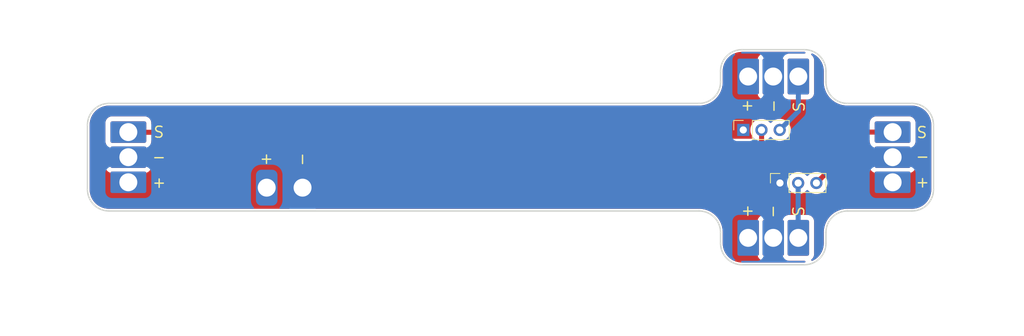
<source format=kicad_pcb>
(kicad_pcb (version 20241229) (generator "pcbnew") (generator_version "9.0")
  (layers (0 "F.Cu" signal) (2 "B.Cu" signal) (13 "F.Paste" user) (15 "B.Paste" user) (5 "F.SilkS" user "F.Silkscreen") (7 "B.SilkS" user "B.Silkscreen") (1 "F.Mask" user) (3 "B.Mask" user) (25 "Edge.Cuts" user))
  (net 0 "")
  (net 1 "Net-(J5-Pin_1)")
  (net 2 "Net-(J6-Pin_1)")
  (net 3 "Net-(J5-Pin_2)")
  (net 4 "Net-(J5-Pin_3)")
  (net 5 "Net-(J6-Pin_3)")
  (net 6 "Net-(J6-Pin_2)")
  (footprint "Connectors:MR30" (layer "F.Cu") (at 190.4 89.5 -90)
    (property "Reference" "J2" (hide yes))
    (property "Value" "~" (hide yes))
    (fp_text user "S" (at 3.375 0.925 270) (layer "F.SilkS") (effects (font (size 1.53 1.53) (thickness 0.19125)) (justify left bottom)))
    (fp_text user "-" (at 3.05 4.175 270) (layer "F.SilkS") (effects (font (size 1.53 1.53) (thickness 0.19125)) (justify left bottom)))
    (fp_text user "+" (at 3.025 7.875 270) (layer "F.SilkS") (effects (font (size 1.53 1.53) (thickness 0.19125)) (justify left bottom)))
    (pad "1" thru_hole roundrect (at 0 0 270) (size 5 3) (drill 2.5) (layers "*.Cu" "*.Mask") (roundrect_rratio 0.08333333333) (net 4 "Net-(J5-Pin_3)"))
    (pad "2" thru_hole roundrect (at 0 3.5 270) (size 5 3) (drill 2.5) (layers "*.Cu" "*.Mask") (roundrect_rratio 0.08333333333) (net 2 "Net-(J6-Pin_1)"))
    (pad "3" thru_hole roundrect (at 0 7 270) (size 5 3) (drill 2.5) (layers "*.Cu" "*.Mask") (roundrect_rratio 0.08333333333) (net 1 "Net-(J5-Pin_1)"))
  )
  (footprint "Connectors:MR30" (layer "F.Cu") (at 190.4 112 -90)
    (property "Reference" "J3" (hide yes))
    (property "Value" "~" (hide yes))
    (fp_text user "S" (at -4.55 0.975 270) (layer "F.SilkS") (effects (font (size 1.53 1.53) (thickness 0.19125)) (justify left bottom)))
    (fp_text user "-" (at -4.75 4.275 270) (layer "F.SilkS") (effects (font (size 1.53 1.53) (thickness 0.19125)) (justify left bottom)))
    (fp_text user "+" (at -4.8 7.825 270) (layer "F.SilkS") (effects (font (size 1.53 1.53) (thickness 0.19125)) (justify left bottom)))
    (pad "1" thru_hole roundrect (at 0 0 270) (size 5 3) (drill 2.5) (layers "*.Cu" "*.Mask") (roundrect_rratio 0.08333333333) (net 6 "Net-(J6-Pin_2)"))
    (pad "2" thru_hole roundrect (at 0 3.5 270) (size 5 3) (drill 2.5) (layers "*.Cu" "*.Mask") (roundrect_rratio 0.08333333333) (net 2 "Net-(J6-Pin_1)"))
    (pad "3" thru_hole roundrect (at 0 7 270) (size 5 3) (drill 2.5) (layers "*.Cu" "*.Mask") (roundrect_rratio 0.08333333333) (net 1 "Net-(J5-Pin_1)"))
  )
  (footprint "Connectors:MR30" (layer "F.Cu") (at 203.55 97.25)
    (property "Reference" "J1" (hide yes))
    (property "Value" "~" (hide yes))
    (fp_text user "+" (at 3.1 7.85 0) (layer "F.SilkS") (effects (font (size 1.53 1.53) (thickness 0.19125)) (justify left bottom)))
    (fp_text user "-" (at 3.1 4.275 0) (layer "F.SilkS") (effects (font (size 1.53 1.53) (thickness 0.19125)) (justify left bottom)))
    (fp_text user "S" (at 3.225 0.95 0) (layer "F.SilkS") (effects (font (size 1.53 1.53) (thickness 0.19125)) (justify left bottom)))
    (pad "1" thru_hole roundrect (at 0 0) (size 5 3) (drill 2.5) (layers "*.Cu" "*.Mask") (roundrect_rratio 0.08333333333) (net 5 "Net-(J6-Pin_3)"))
    (pad "2" thru_hole roundrect (at 0 3.5) (size 5 3) (drill 2.5) (layers "*.Cu" "*.Mask") (roundrect_rratio 0.08333333333) (net 2 "Net-(J6-Pin_1)"))
    (pad "3" thru_hole roundrect (at 0 7) (size 5 3) (drill 2.5) (layers "*.Cu" "*.Mask") (roundrect_rratio 0.08333333333) (net 1 "Net-(J5-Pin_1)"))
  )
  (footprint "Connectors:XT30" (layer "F.Cu") (at 116.25 105 90)
    (property "Reference" "T1" (hide yes))
    (property "Value" "~" (hide yes))
    (fp_text user "+" (at 2.9 0.75 90) (layer "F.SilkS") (effects (font (size 1.53 1.53) (thickness 0.19125)) (justify left bottom)))
    (fp_text user "-" (at 2.875 5.775 90) (layer "F.SilkS") (effects (font (size 1.53 1.53) (thickness 0.19125)) (justify left bottom)))
    (pad "1" thru_hole roundrect (at 0 0 90) (size 5 3) (drill 2.5) (layers "*.Cu" "*.Mask") (net 1 "Net-(J5-Pin_1)"))
    (pad "2" thru_hole roundrect (at 0 5 90) (size 5 3) (drill 2.5) (layers "*.Cu" "*.Mask") (net 2 "Net-(J6-Pin_1)"))
  )
  (footprint "Connectors:MR30" (layer "F.Cu") (at 96.95 97.25)
    (property "Reference" "J4" (hide yes))
    (property "Value" "~" (hide yes))
    (fp_text user "+" (at 3.225 7.9 0) (layer "F.SilkS") (effects (font (size 1.53 1.53) (thickness 0.19125)) (justify left bottom)))
    (fp_text user "S" (at 3.4 0.9 0) (layer "F.SilkS") (effects (font (size 1.53 1.53) (thickness 0.19125)) (justify left bottom)))
    (fp_text user "-" (at 3.2 4.35 0) (layer "F.SilkS") (effects (font (size 1.53 1.53) (thickness 0.19125)) (justify left bottom)))
    (pad "1" thru_hole roundrect (at 0 0) (size 5 3) (drill 2.5) (layers "*.Cu" "*.Mask") (roundrect_rratio 0.08333333333) (net 3 "Net-(J5-Pin_2)"))
    (pad "2" thru_hole roundrect (at 0 3.5) (size 5 3) (drill 2.5) (layers "*.Cu" "*.Mask") (roundrect_rratio 0.08333333333) (net 2 "Net-(J6-Pin_1)"))
    (pad "3" thru_hole roundrect (at 0 7) (size 5 3) (drill 2.5) (layers "*.Cu" "*.Mask") (roundrect_rratio 0.08333333333) (net 1 "Net-(J5-Pin_1)"))
  )
  (footprint "Connector_PinSocket_2.54mm:PinSocket_1x03_P2.54mm_Vertical" (layer "F.Cu") (at 187.835 104.35 90)
    (property "Reference" "J6" (hide yes))
    (property "Value" "Conn_01x03_Socket" (hide yes))
    (fp_line (start 1.33 -1.33) (end 1.33 0) (stroke (width 0.12)) (layer "F.SilkS"))
    (fp_line (start 0 -1.33) (end 1.33 -1.33) (stroke (width 0.12)) (layer "F.SilkS"))
    (fp_line (start 1.33 1.27) (end 1.33 6.41) (stroke (width 0.12)) (layer "F.SilkS"))
    (fp_line (start -1.33 1.27) (end 1.33 1.27) (stroke (width 0.12)) (layer "F.SilkS"))
    (fp_line (start -1.33 1.27) (end -1.33 6.41) (stroke (width 0.12)) (layer "F.SilkS"))
    (fp_line (start -1.33 6.41) (end 1.33 6.41) (stroke (width 0.12)) (layer "F.SilkS"))
    (pad "1" thru_hole rect (at 0 0 90) (size 1.7 1.7) (drill 1) (layers "*.Cu" "*.Mask") (net 2 "Net-(J6-Pin_1)"))
    (pad "2" thru_hole oval (at 0 2.54 90) (size 1.7 1.7) (drill 1) (layers "*.Cu" "*.Mask") (net 6 "Net-(J6-Pin_2)"))
    (pad "3" thru_hole oval (at 0 5.08 90) (size 1.7 1.7) (drill 1) (layers "*.Cu" "*.Mask") (net 5 "Net-(J6-Pin_3)"))
  )
  (footprint "Connector_PinSocket_2.54mm:PinSocket_1x03_P2.54mm_Vertical" (layer "F.Cu") (at 182.72 96.95 90)
    (property "Reference" "J5" (hide yes))
    (property "Value" "Conn_01x03_Socket" (hide yes))
    (fp_line (start 1.33 -1.33) (end 1.33 0) (stroke (width 0.12)) (layer "F.SilkS"))
    (fp_line (start 0 -1.33) (end 1.33 -1.33) (stroke (width 0.12)) (layer "F.SilkS"))
    (fp_line (start 1.33 1.27) (end 1.33 6.41) (stroke (width 0.12)) (layer "F.SilkS"))
    (fp_line (start -1.33 1.27) (end 1.33 1.27) (stroke (width 0.12)) (layer "F.SilkS"))
    (fp_line (start -1.33 1.27) (end -1.33 6.41) (stroke (width 0.12)) (layer "F.SilkS"))
    (fp_line (start -1.33 6.41) (end 1.33 6.41) (stroke (width 0.12)) (layer "F.SilkS"))
    (pad "1" thru_hole rect (at 0 0 90) (size 1.7 1.7) (drill 1) (layers "*.Cu" "*.Mask") (net 1 "Net-(J5-Pin_1)"))
    (pad "2" thru_hole oval (at 0 2.54 90) (size 1.7 1.7) (drill 1) (layers "*.Cu" "*.Mask") (net 3 "Net-(J5-Pin_2)"))
    (pad "3" thru_hole oval (at 0 5.08 90) (size 1.7 1.7) (drill 1) (layers "*.Cu" "*.Mask") (net 4 "Net-(J5-Pin_3)"))
  )
  (gr_line (start 197.25 93.250001) (end 206.25 93.250001) (stroke (width 0.2)) (layer "Edge.Cuts"))
  (gr_line (start 179.55 111.250001) (end 179.55 112.750001) (stroke (width 0.2)) (layer "Edge.Cuts"))
  (gr_line (start 194.25 90.250001) (end 194.25 88.750001) (stroke (width 0.2)) (layer "Edge.Cuts"))
  (gr_line (start 209.25 96.250001) (end 209.25 105.250001) (stroke (width 0.2)) (layer "Edge.Cuts"))
  (gr_line (start 176.55 108.250001) (end 94.250001 108.250001) (stroke (width 0.2)) (layer "Edge.Cuts"))
  (gr_arc (start 194.25 111.250001) (mid 195.12868 109.128681) (end 197.25 108.250001) (stroke (width 0.2)) (layer "Edge.Cuts"))
  (gr_arc (start 91.25 96.250002) (mid 92.12868 94.128681) (end 94.250001 93.250001) (stroke (width 0.2)) (layer "Edge.Cuts"))
  (gr_arc (start 191.25 85.750001) (mid 193.37132 86.628681) (end 194.25 88.750001) (stroke (width 0.2)) (layer "Edge.Cuts"))
  (gr_line (start 91.25 105.25) (end 91.25 96.250002) (stroke (width 0.2)) (layer "Edge.Cuts"))
  (gr_line (start 206.25 108.250001) (end 197.25 108.250001) (stroke (width 0.2)) (layer "Edge.Cuts"))
  (gr_line (start 179.55 88.750001) (end 179.55 90.250001) (stroke (width 0.2)) (layer "Edge.Cuts"))
  (gr_arc (start 179.55 88.750001) (mid 180.42868 86.628681) (end 182.55 85.750001) (stroke (width 0.2)) (layer "Edge.Cuts"))
  (gr_arc (start 94.250001 108.250001) (mid 92.12868 107.371321) (end 91.25 105.25) (stroke (width 0.2)) (layer "Edge.Cuts"))
  (gr_line (start 194.25 111.250001) (end 194.25 112.750001) (stroke (width 0.2)) (layer "Edge.Cuts"))
  (gr_arc (start 197.25 93.250001) (mid 195.12868 92.371321) (end 194.25 90.250001) (stroke (width 0.2)) (layer "Edge.Cuts"))
  (gr_arc (start 206.25 93.250001) (mid 208.37132 94.128681) (end 209.25 96.250001) (stroke (width 0.2)) (layer "Edge.Cuts"))
  (gr_arc (start 179.55 90.250001) (mid 178.67132 92.371321) (end 176.55 93.250001) (stroke (width 0.2)) (layer "Edge.Cuts"))
  (gr_arc (start 194.25 112.750001) (mid 193.37132 114.871321) (end 191.25 115.750001) (stroke (width 0.2)) (layer "Edge.Cuts"))
  (gr_arc (start 209.25 105.250001) (mid 208.37132 107.371321) (end 206.25 108.250001) (stroke (width 0.2)) (layer "Edge.Cuts"))
  (gr_line (start 94.250001 93.250001) (end 176.55 93.250001) (stroke (width 0.2)) (layer "Edge.Cuts"))
  (gr_arc (start 176.55 108.250001) (mid 178.67132 109.128681) (end 179.55 111.250001) (stroke (width 0.2)) (layer "Edge.Cuts"))
  (gr_line (start 191.25 85.750001) (end 182.55 85.750001) (stroke (width 0.2)) (layer "Edge.Cuts"))
  (gr_arc (start 182.55 115.750001) (mid 180.42868 114.871321) (end 179.55 112.750001) (stroke (width 0.2)) (layer "Edge.Cuts"))
  (gr_line (start 191.25 115.750001) (end 182.55 115.750001) (stroke (width 0.2)) (layer "Edge.Cuts"))
  (segment (start 127.575 97.275) (end 96.975 97.275) (width 0.7) (layer "F.Cu") (net 3))
  (segment (start 185.26 96.95) (end 185.275 96.965) (width 0.7) (layer "F.Cu") (net 3))
  (segment (start 185.275 96.965) (end 185.275 98.575) (width 0.7) (layer "F.Cu") (net 3))
  (segment (start 184.625 99.225) (end 129.525 99.225) (width 0.7) (layer "F.Cu") (net 3))
  (segment (start 129.525 99.225) (end 127.575 97.275) (width 0.7) (layer "F.Cu") (net 3))
  (segment (start 185.275 98.575) (end 184.625 99.225) (width 0.7) (layer "F.Cu") (net 3))
  (segment (start 185.235 96.975) (end 185.27 96.975) (width 0.7) (layer "F.Cu") (net 3))
  (segment (start 96.975 97.275) (end 96.95 97.25) (width 0.7) (layer "F.Cu") (net 3))
  (segment (start 185.26 96.95) (end 185.235 96.975) (width 0.7) (layer "F.Cu") (net 3))
  (segment (start 187.9 97.05) (end 187.8 96.95) (width 0.7) (layer "F.Cu") (net 4))
  (segment (start 187.8 96.95) (end 190.4 94.35) (width 0.7) (layer "B.Cu") (net 4))
  (segment (start 190.4 94.35) (end 190.4 89.5) (width 0.7) (layer "B.Cu") (net 4))
  (segment (start 187.8 96.95) (end 187.8 96.445) (width 0.7) (layer "B.Cu") (net 4))
  (segment (start 195.025 102.24) (end 195.025 97.25) (width 0.7) (layer "F.Cu") (net 5))
  (segment (start 195.025 97.25) (end 203.55 97.25) (width 0.7) (layer "F.Cu") (net 5))
  (segment (start 192.915 104.35) (end 193.015 104.35) (width 0.7) (layer "F.Cu") (net 5))
  (segment (start 192.915 104.35) (end 195.025 102.24) (width 0.7) (layer "F.Cu") (net 5))
  (segment (start 203.25 96.95) (end 203.55 97.25) (width 0.7) (layer "B.Cu") (net 5))
  (segment (start 190.375 111.975) (end 190.4 112) (width 0.7) (layer "F.Cu") (net 6))
  (segment (start 190.375 104.35) (end 190.375 111.975) (width 0.7) (layer "B.Cu") (net 6))
  (segment (start 190.375 111.975) (end 190.4 112) (width 0.7) (layer "B.Cu") (net 6))
  (zone (net 1) (net_name "Net-(J5-Pin_1)") (layer "F.Cu") (connect_pads yes (clearance 0.7)) (min_thickness 0.25) (fill yes (thermal_gap 0.5) (thermal_bridge_width 0.5))
    (polygon (pts (xy 79.125 78.9) (xy 221.8 78.9) (xy 221.825 125.675) (xy 79.1 125.675)))
  )
  (zone (net 2) (net_name "Net-(J6-Pin_1)") (layer "B.Cu") (priority 1) (connect_pads yes (clearance 0.7)) (min_thickness 0.25) (fill yes (thermal_gap 0.5) (thermal_bridge_width 0.5))
    (polygon (pts (xy 79.075 78.825) (xy 221.825 78.875) (xy 221.825 125.725) (xy 79.15 125.65)))
  )
)
</source>
